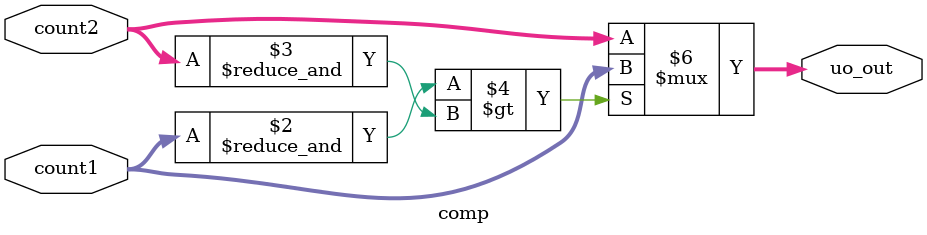
<source format=v>
/*
 * Copyright (c) 2024 Your Name
 * SPDX-License-Identifier: Apache-2.0
 */

`default_nettype none

module tt_um_PUF (
    input  wire [7:0] ui_in,    // Dedicated inputs
    output wire [7:0] uo_out,   // Dedicated outputs
    input  wire       clk,      // clock
    input  wire       rst_n     // reset_n - low to reset
);

  // All output pins must be assigned. If not used, assign to 0.
  // assign uo_out  = ui_in + uio_in;  // Example: ou_out is the sum of ui_in and uio_in
//   assign uio_out = 0;
//   assign uio_oe  = 0;
wire ena = 1'b1;
//module Top (output [7:0] ui_out, input ena, rst_n, input [4:0] ui_in);
wire [7:0] count1, count2;
    top_f2g uut1(count1, ena, rst_n, ui_in[4:0]);
    top_f2g uut2(count2, ena, rst_n, ui_in[4:0]);
    comp uut3(count1, count2, uo_out);
endmodule

module f2g (output p, q, r, input a, b, c);
assign p=a;
assign q=a^b;
assign r=a^c;  
endmodule

    module osc_f2g (output out, input ena);
wire [4:0] p, q, r;
wire A;
f2g g0(p[0], q[0], r[0], A, 1'b1, 1'b1);
f2g g1(p[1], q[1], r[1], r[0], 1'b1, 1'b1);
f2g g2(p[2], q[2], r[2], q[1], 1'b1, 1'b1);
f2g g3(p[3], q[3], r[3], r[2], 1'b1, 1'b1);
f2g g4(p[4], q[4], r[4], q[3], 1'b1, 1'b1);
        and a0(out, ena, r[4]);
assign A=out;
endmodule

module top_f2g (output [7:0] count, input ena, rst_n, input [4:0] ui_in); // make change input [4:0]
    wire [31:0] i;
wire mux_out;
genvar x;     
generate
    for(x=0; x<32; x=x+1)
    begin
        (* S= "TRUE"*)(* ALLOW_COMBINATORIAL_LOOPS = "true", KEEP = "true" *)
        osc_f2g f0(i[x], ena);
    end
endgenerate

mux32 uut(i, ui_in, mux_out);

        counter c(mux_out, rst_n, count);  
endmodule

module mux32(
    input wire[32:1] i,
    input wire[4:0] ui_in,
    output reg m_out
    );
   
    (* S= "TRUE"*)(* ALLOW_COMBINATORIAL_LOOPS = "true", KEEP = "true" *)
    always @(*)

    begin
    case(ui_in)
        5'b00000: m_out=i[1];
        5'b00001: m_out=i[2];
        5'b00010: m_out=i[3];
        5'b00011: m_out=i[4];
        5'b00100: m_out=i[5];
        5'b00101: m_out=i[6];
        5'b00110: m_out=i[7];
        5'b00111: m_out=i[8];
        5'b01000: m_out=i[9];
        5'b01001: m_out=i[10];
        5'b01010: m_out=i[11];
        5'b01011: m_out=i[12];
        5'b01100: m_out=i[13];
        5'b01101: m_out=i[14];
        5'b01110: m_out=i[15];
        5'b01111: m_out=i[16];
       5'b10000: m_out=i[17];
       5'b10001: m_out=i[18];
       5'b10010: m_out=i[19];
        5'b10011: m_out=i[20];
        5'b10100: m_out=i[21];
        5'b10101: m_out=i[22];
        5'b10110: m_out=i[23];
        5'b10111: m_out=i[24];
        5'b11000: m_out=i[25];
        5'b11001: m_out=i[26];
        5'b11010: m_out=i[27];
        5'b11011: m_out=i[28];
        5'b11100: m_out=i[29];
        5'b11101: m_out=i[30];
        5'b11110: m_out=i[31];
        5'b11111: m_out=i[32];
    endcase  
    end
endmodule

module counter(
    input m_out,
    input rst_n,
    output reg[7:0] count
    );
   
    (* S= "TRUE"*)(* ALLOW_COMBINATORIAL_LOOPS = "true", KEEP = "true" *)
    initial count=7'h00;
    always @(posedge m_out or posedge rst_n)
    begin
        if(rst_n)
            begin
                count = 0;
            end
        else
            begin
                count = count + 1;
            end
    end
endmodule

module comp(
    input [7:0] count1,
    input [7:0] count2,
    output reg[7:0] uo_out
    );
   
    (* S= "TRUE"*)(* ALLOW_COMBINATORIAL_LOOPS = "true", KEEP = "true" *)
   
    always @(count1 or count2)
        begin
            if(&count1 > &count2)
                begin
                    uo_out <= count1;
                end
            else
                begin
                    uo_out <= count2;
                end
        end
        
endmodule

</source>
